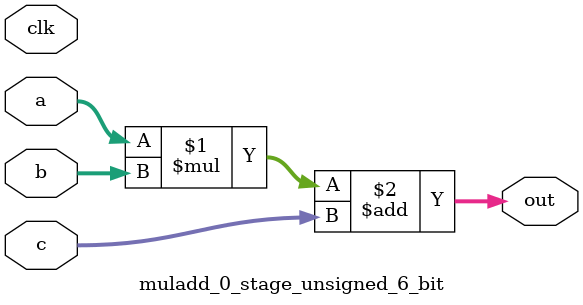
<source format=sv>
(* use_dsp = "yes" *) module muladd_0_stage_unsigned_6_bit(
	input  [5:0] a,
	input  [5:0] b,
	input  [5:0] c,
	output [5:0] out,
	input clk);

	assign out = (a * b) + c;
endmodule

</source>
